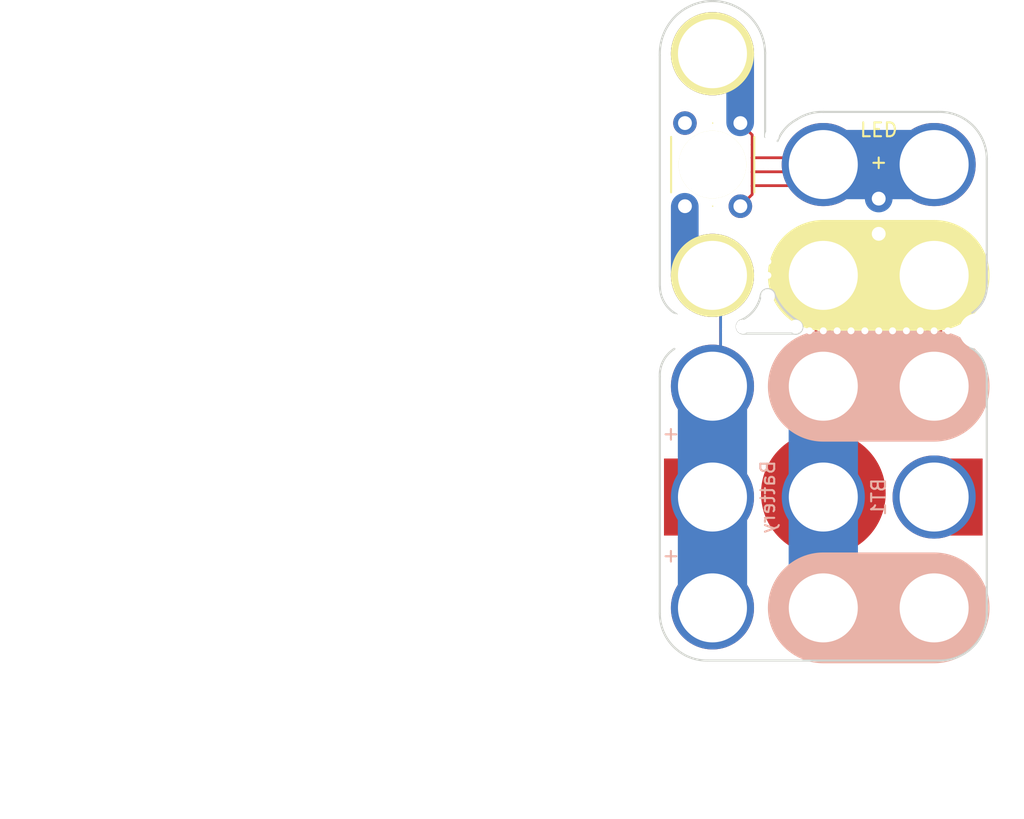
<source format=kicad_pcb>
(kicad_pcb (version 4) (host pcbnew 4.0.4+e1-6308~48~ubuntu14.04.1-stable)

  (general
    (links 0)
    (no_connects 13)
    (area 54.384533 63.919265 178.510001 123.265001)
    (thickness 1.6)
    (drawings 43)
    (tracks 43)
    (zones 0)
    (modules 33)
    (nets 4)
  )

  (page USLetter)
  (title_block
    (company "All Rights Reserved")
    (comment 1 help@browndoggadgets.com)
    (comment 2 http://www.browndoggadgets.com/)
    (comment 3 "Company: Brown Dog Gadgets")
  )

  (layers
    (0 F.Cu signal)
    (31 B.Cu signal)
    (34 B.Paste user)
    (35 F.Paste user)
    (36 B.SilkS user)
    (37 F.SilkS user)
    (38 B.Mask user)
    (39 F.Mask user)
    (44 Edge.Cuts user)
    (46 B.CrtYd user)
    (47 F.CrtYd user)
    (48 B.Fab user)
    (49 F.Fab user)
  )

  (setup
    (last_trace_width 0.2)
    (user_trace_width 0.1524)
    (user_trace_width 0.2)
    (user_trace_width 0.254)
    (user_trace_width 0.3302)
    (user_trace_width 0.508)
    (user_trace_width 0.762)
    (user_trace_width 1.27)
    (trace_clearance 0.127)
    (zone_clearance 0.508)
    (zone_45_only no)
    (trace_min 0.1524)
    (segment_width 0.1524)
    (edge_width 0.1524)
    (via_size 0.6858)
    (via_drill 0.3302)
    (via_min_size 0.6858)
    (via_min_drill 0.3302)
    (user_via 0.6858 0.3302)
    (user_via 0.762 0.4064)
    (user_via 0.8636 0.508)
    (uvia_size 0.6858)
    (uvia_drill 0.3302)
    (uvias_allowed no)
    (uvia_min_size 0)
    (uvia_min_drill 0)
    (pcb_text_width 0.1524)
    (pcb_text_size 1.016 1.016)
    (mod_edge_width 0.1524)
    (mod_text_size 1.016 1.016)
    (mod_text_width 0.1524)
    (pad_size 1.524 1.524)
    (pad_drill 0.762)
    (pad_to_mask_clearance 0.0762)
    (solder_mask_min_width 0.1016)
    (pad_to_paste_clearance -0.0762)
    (aux_axis_origin 0 0)
    (visible_elements FFFED77D)
    (pcbplotparams
      (layerselection 0x310fc_80000001)
      (usegerberextensions true)
      (excludeedgelayer true)
      (linewidth 0.100000)
      (plotframeref false)
      (viasonmask false)
      (mode 1)
      (useauxorigin false)
      (hpglpennumber 1)
      (hpglpenspeed 20)
      (hpglpendiameter 15)
      (hpglpenoverlay 2)
      (psnegative false)
      (psa4output false)
      (plotreference true)
      (plotvalue true)
      (plotinvisibletext false)
      (padsonsilk false)
      (subtractmaskfromsilk false)
      (outputformat 1)
      (mirror false)
      (drillshape 0)
      (scaleselection 1)
      (outputdirectory gerbers))
  )

  (net 0 "")
  (net 1 GND)
  (net 2 "Net-(BT1-Pad+)")
  (net 3 "Net-(LED1-Pad+)")

  (net_class Default "This is the default net class."
    (clearance 0.127)
    (trace_width 0.1524)
    (via_dia 0.6858)
    (via_drill 0.3302)
    (uvia_dia 0.6858)
    (uvia_drill 0.3302)
    (add_net GND)
    (add_net "Net-(BT1-Pad+)")
    (add_net "Net-(LED1-Pad+)")
  )

  (module Rewire_Circuits:HOLE-UNPLATED-SNAP-1MM (layer F.Cu) (tedit 581246B7) (tstamp 5812599B)
    (at 160 85.5 270)
    (fp_text reference REF** (at 0 0.5 270) (layer F.Fab) hide
      (effects (font (size 1 1) (thickness 0.15)))
    )
    (fp_text value HOLE-UNPLATED-SNAP-1MM (at 0 -0.5 270) (layer F.Fab) hide
      (effects (font (size 1 1) (thickness 0.15)))
    )
    (pad "" np_thru_hole circle (at 0 0 270) (size 1 1) (drill 1) (layers *.Cu))
  )

  (module Rewire_Circuits:HOLE-UNPLATED-SNAP-1MM (layer F.Cu) (tedit 581246B7) (tstamp 5812586F)
    (at 160.3 73.9)
    (fp_text reference REF** (at 0 0.5) (layer F.Fab) hide
      (effects (font (size 1 1) (thickness 0.15)))
    )
    (fp_text value HOLE-UNPLATED-SNAP-1MM (at 0 -0.5) (layer F.Fab) hide
      (effects (font (size 1 1) (thickness 0.15)))
    )
    (pad "" np_thru_hole circle (at 0 0) (size 1 1) (drill 1) (layers *.Cu))
  )

  (module Rewire_Circuits:HOLE-UNPLATED-SNAP-2.54MM (layer F.Cu) (tedit 58125304) (tstamp 58125780)
    (at 175.09 88.01 180)
    (fp_text reference REF** (at 0 0.5 180) (layer F.Fab) hide
      (effects (font (size 1 1) (thickness 0.15)))
    )
    (fp_text value HOLE-UNPLATED-SNAP-2.54MM (at 0 -0.5 180) (layer F.Fab) hide
      (effects (font (size 1 1) (thickness 0.15)))
    )
    (pad "" np_thru_hole circle (at 0 0 180) (size 2.54 2.54) (drill 2.54) (layers *.Cu))
  )

  (module Rewire_Circuits:HOLE-UNPLATED-SNAP-1MM (layer F.Cu) (tedit 581246B7) (tstamp 5812551D)
    (at 162 87.7)
    (fp_text reference REF** (at 0 0.5) (layer F.Fab) hide
      (effects (font (size 1 1) (thickness 0.15)))
    )
    (fp_text value HOLE-UNPLATED-SNAP-1MM (at 0 -0.5) (layer F.Fab) hide
      (effects (font (size 1 1) (thickness 0.15)))
    )
    (pad "" np_thru_hole circle (at 0 0) (size 1 1) (drill 1) (layers *.Cu))
  )

  (module Rewire_Circuits:HOLE-UNPLATED-SNAP-0.5MM (layer F.Cu) (tedit 581246A3) (tstamp 5812537D)
    (at 163 88 180)
    (fp_text reference REF** (at 0 0.5 180) (layer F.Fab) hide
      (effects (font (size 1 1) (thickness 0.15)))
    )
    (fp_text value HOLE-UNPLATED-SNAP-0.5MM (at 0 -0.5 180) (layer F.Fab) hide
      (effects (font (size 1 1) (thickness 0.15)))
    )
    (pad "" np_thru_hole circle (at 0 0 180) (size 0.5 0.5) (drill 0.5) (layers *.Cu))
  )

  (module Rewire_Circuits:HOLE-UNPLATED-SNAP-0.5MM (layer F.Cu) (tedit 581246A3) (tstamp 58125379)
    (at 164 88 180)
    (fp_text reference REF** (at 0 0.5 180) (layer F.Fab) hide
      (effects (font (size 1 1) (thickness 0.15)))
    )
    (fp_text value HOLE-UNPLATED-SNAP-0.5MM (at 0 -0.5 180) (layer F.Fab) hide
      (effects (font (size 1 1) (thickness 0.15)))
    )
    (pad "" np_thru_hole circle (at 0 0 180) (size 0.5 0.5) (drill 0.5) (layers *.Cu))
  )

  (module Rewire_Circuits:HOLE-UNPLATED-SNAP-0.5MM (layer F.Cu) (tedit 581246A3) (tstamp 58125375)
    (at 173 88 180)
    (fp_text reference REF** (at 0 0.5 180) (layer F.Fab) hide
      (effects (font (size 1 1) (thickness 0.15)))
    )
    (fp_text value HOLE-UNPLATED-SNAP-0.5MM (at 0 -0.5 180) (layer F.Fab) hide
      (effects (font (size 1 1) (thickness 0.15)))
    )
    (pad "" np_thru_hole circle (at 0 0 180) (size 0.5 0.5) (drill 0.5) (layers *.Cu))
  )

  (module Rewire_Circuits:HOLE-UNPLATED-SNAP-0.5MM (layer F.Cu) (tedit 581246A3) (tstamp 58125371)
    (at 172 88 180)
    (fp_text reference REF** (at 0 0.5 180) (layer F.Fab) hide
      (effects (font (size 1 1) (thickness 0.15)))
    )
    (fp_text value HOLE-UNPLATED-SNAP-0.5MM (at 0 -0.5 180) (layer F.Fab) hide
      (effects (font (size 1 1) (thickness 0.15)))
    )
    (pad "" np_thru_hole circle (at 0 0 180) (size 0.5 0.5) (drill 0.5) (layers *.Cu))
  )

  (module Rewire_Circuits:HOLE-UNPLATED-SNAP-0.5MM (layer F.Cu) (tedit 581246A3) (tstamp 5812536D)
    (at 171 88 180)
    (fp_text reference REF** (at 0 0.5 180) (layer F.Fab) hide
      (effects (font (size 1 1) (thickness 0.15)))
    )
    (fp_text value HOLE-UNPLATED-SNAP-0.5MM (at 0 -0.5 180) (layer F.Fab) hide
      (effects (font (size 1 1) (thickness 0.15)))
    )
    (pad "" np_thru_hole circle (at 0 0 180) (size 0.5 0.5) (drill 0.5) (layers *.Cu))
  )

  (module Rewire_Circuits:HOLE-UNPLATED-SNAP-0.5MM (layer F.Cu) (tedit 581246A3) (tstamp 58125369)
    (at 169 88 180)
    (fp_text reference REF** (at 0 0.5 180) (layer F.Fab) hide
      (effects (font (size 1 1) (thickness 0.15)))
    )
    (fp_text value HOLE-UNPLATED-SNAP-0.5MM (at 0 -0.5 180) (layer F.Fab) hide
      (effects (font (size 1 1) (thickness 0.15)))
    )
    (pad "" np_thru_hole circle (at 0 0 180) (size 0.5 0.5) (drill 0.5) (layers *.Cu))
  )

  (module Rewire_Circuits:HOLE-UNPLATED-SNAP-0.5MM (layer F.Cu) (tedit 581246A3) (tstamp 58125365)
    (at 170 88 180)
    (fp_text reference REF** (at 0 0.5 180) (layer F.Fab) hide
      (effects (font (size 1 1) (thickness 0.15)))
    )
    (fp_text value HOLE-UNPLATED-SNAP-0.5MM (at 0 -0.5 180) (layer F.Fab) hide
      (effects (font (size 1 1) (thickness 0.15)))
    )
    (pad "" np_thru_hole circle (at 0 0 180) (size 0.5 0.5) (drill 0.5) (layers *.Cu))
  )

  (module Rewire_Circuits:HOLE-UNPLATED-SNAP-0.5MM (layer F.Cu) (tedit 581246A3) (tstamp 58125361)
    (at 168 88 180)
    (fp_text reference REF** (at 0 0.5 180) (layer F.Fab) hide
      (effects (font (size 1 1) (thickness 0.15)))
    )
    (fp_text value HOLE-UNPLATED-SNAP-0.5MM (at 0 -0.5 180) (layer F.Fab) hide
      (effects (font (size 1 1) (thickness 0.15)))
    )
    (pad "" np_thru_hole circle (at 0 0 180) (size 0.5 0.5) (drill 0.5) (layers *.Cu))
  )

  (module Rewire_Circuits:HOLE-UNPLATED-SNAP-0.5MM (layer F.Cu) (tedit 581246A3) (tstamp 5812535D)
    (at 165 88 180)
    (fp_text reference REF** (at 0 0.5 180) (layer F.Fab) hide
      (effects (font (size 1 1) (thickness 0.15)))
    )
    (fp_text value HOLE-UNPLATED-SNAP-0.5MM (at 0 -0.5 180) (layer F.Fab) hide
      (effects (font (size 1 1) (thickness 0.15)))
    )
    (pad "" np_thru_hole circle (at 0 0 180) (size 0.5 0.5) (drill 0.5) (layers *.Cu))
  )

  (module Rewire_Circuits:HOLE-UNPLATED-SNAP-0.5MM (layer F.Cu) (tedit 581246A3) (tstamp 58125359)
    (at 166 88 180)
    (fp_text reference REF** (at 0 0.5 180) (layer F.Fab) hide
      (effects (font (size 1 1) (thickness 0.15)))
    )
    (fp_text value HOLE-UNPLATED-SNAP-0.5MM (at 0 -0.5 180) (layer F.Fab) hide
      (effects (font (size 1 1) (thickness 0.15)))
    )
    (pad "" np_thru_hole circle (at 0 0 180) (size 0.5 0.5) (drill 0.5) (layers *.Cu))
  )

  (module Rewire_Circuits:HOLE-UNPLATED-SNAP-0.5MM (layer F.Cu) (tedit 581246A3) (tstamp 58125355)
    (at 167 88 180)
    (fp_text reference REF** (at 0 0.5 180) (layer F.Fab) hide
      (effects (font (size 1 1) (thickness 0.15)))
    )
    (fp_text value HOLE-UNPLATED-SNAP-0.5MM (at 0 -0.5 180) (layer F.Fab) hide
      (effects (font (size 1 1) (thickness 0.15)))
    )
    (pad "" np_thru_hole circle (at 0 0 180) (size 0.5 0.5) (drill 0.5) (layers *.Cu))
  )

  (module Rewire_Circuits:HOLE-UNPLATED-SNAP-0.5MM (layer F.Cu) (tedit 581246A3) (tstamp 58125350)
    (at 160 75 90)
    (fp_text reference REF** (at 0 0.5 90) (layer F.Fab) hide
      (effects (font (size 1 1) (thickness 0.15)))
    )
    (fp_text value HOLE-UNPLATED-SNAP-0.5MM (at 0 -0.5 90) (layer F.Fab) hide
      (effects (font (size 1 1) (thickness 0.15)))
    )
    (pad "" np_thru_hole circle (at 0 0 90) (size 0.5 0.5) (drill 0.5) (layers *.Cu))
  )

  (module Rewire_Circuits:HOLE-UNPLATED-SNAP-2.54MM (layer F.Cu) (tedit 58125304) (tstamp 58125341)
    (at 152.91 87.99)
    (fp_text reference REF** (at 0 0.5) (layer F.Fab) hide
      (effects (font (size 1 1) (thickness 0.15)))
    )
    (fp_text value HOLE-UNPLATED-SNAP-2.54MM (at 0 -0.5) (layer F.Fab) hide
      (effects (font (size 1 1) (thickness 0.15)))
    )
    (pad "" np_thru_hole circle (at 0 0) (size 2.54 2.54) (drill 2.54) (layers *.Cu))
  )

  (module Rewire_Circuits:HOLE-UNPLATED-SNAP-0.5MM (layer F.Cu) (tedit 581246A3) (tstamp 5812530F)
    (at 160 84 90)
    (fp_text reference REF** (at 0 0.5 90) (layer F.Fab) hide
      (effects (font (size 1 1) (thickness 0.15)))
    )
    (fp_text value HOLE-UNPLATED-SNAP-0.5MM (at 0 -0.5 90) (layer F.Fab) hide
      (effects (font (size 1 1) (thickness 0.15)))
    )
    (pad "" np_thru_hole circle (at 0 0 90) (size 0.5 0.5) (drill 0.5) (layers *.Cu))
  )

  (module Rewire_Circuits:HOLE-UNPLATED-SNAP-0.5MM (layer F.Cu) (tedit 581246A3) (tstamp 5812530B)
    (at 160 83 90)
    (fp_text reference REF** (at 0 0.5 90) (layer F.Fab) hide
      (effects (font (size 1 1) (thickness 0.15)))
    )
    (fp_text value HOLE-UNPLATED-SNAP-0.5MM (at 0 -0.5 90) (layer F.Fab) hide
      (effects (font (size 1 1) (thickness 0.15)))
    )
    (pad "" np_thru_hole circle (at 0 0 90) (size 0.5 0.5) (drill 0.5) (layers *.Cu))
  )

  (module Rewire_Circuits:HOLE-UNPLATED-SNAP-0.5MM (layer F.Cu) (tedit 581246A3) (tstamp 581252FF)
    (at 160 76 90)
    (fp_text reference REF** (at 0 0.5 90) (layer F.Fab) hide
      (effects (font (size 1 1) (thickness 0.15)))
    )
    (fp_text value HOLE-UNPLATED-SNAP-0.5MM (at 0 -0.5 90) (layer F.Fab) hide
      (effects (font (size 1 1) (thickness 0.15)))
    )
    (pad "" np_thru_hole circle (at 0 0 90) (size 0.5 0.5) (drill 0.5) (layers *.Cu))
  )

  (module Rewire_Circuits:HOLE-UNPLATED-SNAP-0.5MM (layer F.Cu) (tedit 581246A3) (tstamp 581252FB)
    (at 160 77 90)
    (fp_text reference REF** (at 0 0.5 90) (layer F.Fab) hide
      (effects (font (size 1 1) (thickness 0.15)))
    )
    (fp_text value HOLE-UNPLATED-SNAP-0.5MM (at 0 -0.5 90) (layer F.Fab) hide
      (effects (font (size 1 1) (thickness 0.15)))
    )
    (pad "" np_thru_hole circle (at 0 0 90) (size 0.5 0.5) (drill 0.5) (layers *.Cu))
  )

  (module Rewire_Circuits:HOLE-UNPLATED-SNAP-0.5MM (layer F.Cu) (tedit 581246A3) (tstamp 581252F7)
    (at 160 78 90)
    (fp_text reference REF** (at 0 0.5 90) (layer F.Fab) hide
      (effects (font (size 1 1) (thickness 0.15)))
    )
    (fp_text value HOLE-UNPLATED-SNAP-0.5MM (at 0 -0.5 90) (layer F.Fab) hide
      (effects (font (size 1 1) (thickness 0.15)))
    )
    (pad "" np_thru_hole circle (at 0 0 90) (size 0.5 0.5) (drill 0.5) (layers *.Cu))
  )

  (module Rewire_Circuits:HOLE-UNPLATED-SNAP-0.5MM (layer F.Cu) (tedit 581246A3) (tstamp 581252F3)
    (at 160 79 90)
    (fp_text reference REF** (at 0 0.5 90) (layer F.Fab) hide
      (effects (font (size 1 1) (thickness 0.15)))
    )
    (fp_text value HOLE-UNPLATED-SNAP-0.5MM (at 0 -0.5 90) (layer F.Fab) hide
      (effects (font (size 1 1) (thickness 0.15)))
    )
    (pad "" np_thru_hole circle (at 0 0 90) (size 0.5 0.5) (drill 0.5) (layers *.Cu))
  )

  (module Rewire_Circuits:HOLE-UNPLATED-SNAP-0.5MM (layer F.Cu) (tedit 581246A3) (tstamp 581252EF)
    (at 160 80 90)
    (fp_text reference REF** (at 0 0.5 90) (layer F.Fab) hide
      (effects (font (size 1 1) (thickness 0.15)))
    )
    (fp_text value HOLE-UNPLATED-SNAP-0.5MM (at 0 -0.5 90) (layer F.Fab) hide
      (effects (font (size 1 1) (thickness 0.15)))
    )
    (pad "" np_thru_hole circle (at 0 0 90) (size 0.5 0.5) (drill 0.5) (layers *.Cu))
  )

  (module Rewire_Circuits:HOLE-UNPLATED-SNAP-0.5MM (layer F.Cu) (tedit 581246A3) (tstamp 581252EB)
    (at 160 81 90)
    (fp_text reference REF** (at 0 0.5 90) (layer F.Fab) hide
      (effects (font (size 1 1) (thickness 0.15)))
    )
    (fp_text value HOLE-UNPLATED-SNAP-0.5MM (at 0 -0.5 90) (layer F.Fab) hide
      (effects (font (size 1 1) (thickness 0.15)))
    )
    (pad "" np_thru_hole circle (at 0 0 90) (size 0.5 0.5) (drill 0.5) (layers *.Cu))
  )

  (module Rewire_Circuits:HOLE-UNPLATED-SNAP-0.5MM (layer F.Cu) (tedit 581246A3) (tstamp 581252E7)
    (at 160 82 90)
    (fp_text reference REF** (at 0 0.5 90) (layer F.Fab) hide
      (effects (font (size 1 1) (thickness 0.15)))
    )
    (fp_text value HOLE-UNPLATED-SNAP-0.5MM (at 0 -0.5 90) (layer F.Fab) hide
      (effects (font (size 1 1) (thickness 0.15)))
    )
    (pad "" np_thru_hole circle (at 0 0 90) (size 0.5 0.5) (drill 0.5) (layers *.Cu))
  )

  (module Rewire_Circuits:HOLE-UNPLATED-SNAP-0.5MM (layer F.Cu) (tedit 581246A3) (tstamp 581249DB)
    (at 155 88)
    (fp_text reference REF** (at 0 0.5) (layer F.Fab) hide
      (effects (font (size 1 1) (thickness 0.15)))
    )
    (fp_text value HOLE-UNPLATED-SNAP-0.5MM (at 0 -0.5) (layer F.Fab) hide
      (effects (font (size 1 1) (thickness 0.15)))
    )
    (pad "" np_thru_hole circle (at 0 0) (size 0.5 0.5) (drill 0.5) (layers *.Cu))
  )

  (module Rewire_Circuits:HOLE-UNPLATED-SNAP-0.5MM (layer F.Cu) (tedit 581246A3) (tstamp 58124A02)
    (at 157 88)
    (fp_text reference REF** (at 0 0.5) (layer F.Fab) hide
      (effects (font (size 1 1) (thickness 0.15)))
    )
    (fp_text value HOLE-UNPLATED-SNAP-0.5MM (at 0 -0.5) (layer F.Fab) hide
      (effects (font (size 1 1) (thickness 0.15)))
    )
    (pad "" np_thru_hole circle (at 0 0) (size 0.5 0.5) (drill 0.5) (layers *.Cu))
  )

  (module Rewire_Circuits:LED-5MMD-2.5MMP-2x2 (layer F.Cu) (tedit 58124F82) (tstamp 581238FB)
    (at 168 80 180)
    (descr "LED 5mm round vertical")
    (tags "LED 5mm round vertical")
    (path /5812A3C4)
    (fp_text reference LED1 (at 0 0 180) (layer F.Fab)
      (effects (font (size 1 1) (thickness 0.15)))
    )
    (fp_text value LED (at 0 6.5 180) (layer F.SilkS)
      (effects (font (size 1 1) (thickness 0.15)))
    )
    (fp_arc (start -3.804559 3.800208) (end -4 7.8) (angle 84.2) (layer F.Fab) (width 0.05))
    (fp_line (start 7.8 -4) (end 7.8 4) (layer F.Fab) (width 0.05))
    (fp_line (start -4 -7.8) (end 4 -7.8) (layer F.Fab) (width 0.05))
    (fp_line (start -4 7.8) (end 4 7.8) (layer F.Fab) (width 0.05))
    (fp_line (start -7.8 -4) (end -7.8 4) (layer F.Fab) (width 0.05))
    (fp_line (start 0 -1.2) (end 0 -2.3) (layer B.Cu) (width 2))
    (fp_line (start 4 -4) (end -4 -4) (layer B.Mask) (width 5))
    (fp_text user + (at 0 4.2 180) (layer F.SilkS)
      (effects (font (size 1 1) (thickness 0.15)))
    )
    (fp_line (start -4 -4) (end 4 -4) (layer F.SilkS) (width 8))
    (fp_line (start -1.5 -2.23) (end 1.5 -2.23) (layer F.SilkS) (width 0.15))
    (fp_line (start 4 -4) (end -4 -4) (layer B.Cu) (width 5))
    (fp_line (start 4 4) (end -4 4) (layer B.Mask) (width 5))
    (fp_line (start 4 4) (end -4 4) (layer B.Cu) (width 5))
    (fp_line (start 0 2.65) (end 0 1.55) (layer B.Cu) (width 2))
    (fp_arc (start 3.800208 3.804559) (end 7.8 4) (angle 84.2) (layer F.Fab) (width 0.05))
    (fp_arc (start -3.800208 -3.804559) (end -7.8 -4) (angle 84.2) (layer F.Fab) (width 0.05))
    (fp_arc (start 3.804559 -3.800208) (end 4 -7.8) (angle 84.2) (layer F.Fab) (width 0.05))
    (pad - thru_hole rect (at 0 -1 180) (size 2 1.9) (drill 1.00076) (layers *.Cu *.Mask)
      (net 1 GND))
    (pad + thru_hole circle (at 0 1.54 90) (size 1.9 1.9) (drill 1.00076) (layers *.Cu *.Mask)
      (net 3 "Net-(LED1-Pad+)"))
    (pad + thru_hole circle (at -4 4 180) (size 6 6) (drill 4.98) (layers *.Cu *.Mask)
      (net 3 "Net-(LED1-Pad+)"))
    (pad - thru_hole circle (at -4 -4 180) (size 6 6) (drill 4.98) (layers *.Cu *.Mask)
      (net 1 GND))
    (pad - thru_hole circle (at 4 -4 180) (size 6 6) (drill 4.98) (layers *.Cu *.Mask)
      (net 1 GND))
    (pad + thru_hole circle (at 4 4 180) (size 6 6) (drill 4.98) (layers *.Cu *.Mask)
      (net 3 "Net-(LED1-Pad+)"))
  )

  (module Rewire_Circuits:BUTTON-1x3-TH-OMRON-B3F-1XXX (layer F.Cu) (tedit 58124F3B) (tstamp 58123906)
    (at 156 76 90)
    (descr "BUTTON 1x3 TH OMRON B3F-1XXX")
    (tags "Omron B3F-10xx")
    (path /58123822)
    (fp_text reference SW1 (at 0.05 0.15 90) (layer F.Fab)
      (effects (font (size 1 1) (thickness 0.15)))
    )
    (fp_text value Pushbutton (at -0.45 -4.6 270) (layer F.Fab) hide
      (effects (font (size 1 1) (thickness 0.15)))
    )
    (fp_line (start 8 3.8) (end -8 3.8) (layer F.Fab) (width 0.05))
    (fp_line (start -8 -3.8) (end 8 -3.8) (layer F.Fab) (width 0.05))
    (fp_arc (start -8 0) (end -8 3.8) (angle 180) (layer F.Fab) (width 0.05))
    (fp_line (start -3.05 -2) (end -8 -2) (layer B.Cu) (width 2))
    (fp_line (start -2.0066 3.0142) (end 1.9934 3.0142) (layer F.SilkS) (width 0.15))
    (fp_line (start -2.0066 -2.9858) (end 1.9934 -2.9858) (layer F.SilkS) (width 0.15))
    (fp_line (start -3.0066 0.0142) (end -3.0066 0.0142) (layer F.SilkS) (width 0))
    (fp_line (start 1.9934 3.0142) (end -2.0066 3.0142) (layer F.SilkS) (width 0))
    (fp_line (start 1.9934 -2.9858) (end -2.0066 -2.9858) (layer F.SilkS) (width 0))
    (fp_line (start 2.9934 0.0142) (end 2.9934 0.0142) (layer F.SilkS) (width 0))
    (fp_circle (center -0.0066 0.0142) (end 0.9934 1.0142) (layer F.SilkS) (width 0))
    (fp_line (start 8 2) (end 3.05 2) (layer B.Cu) (width 2))
    (fp_arc (start 8 0) (end 8 -3.8) (angle 180) (layer F.Fab) (width 0.05))
    (pad 2 thru_hole circle (at 2.9934 2.0142 90) (size 1.7 1.7) (drill 1) (layers *.Cu *.Mask)
      (net 3 "Net-(LED1-Pad+)"))
    (pad 2 thru_hole circle (at -3.0066 2.0142 90) (size 1.7 1.7) (drill 1) (layers *.Cu *.Mask)
      (net 3 "Net-(LED1-Pad+)"))
    (pad 1 thru_hole circle (at 2.9934 -1.9858 90) (size 1.7 1.7) (drill 1) (layers *.Cu *.Mask)
      (net 2 "Net-(BT1-Pad+)"))
    (pad 1 thru_hole circle (at -3.0066 -1.9858 90) (size 1.7 1.7) (drill 1) (layers *.Cu *.Mask)
      (net 2 "Net-(BT1-Pad+)"))
    (pad "" np_thru_hole circle (at 0 0 90) (size 4.88 4.88) (drill 4.98) (layers *.Cu *.Mask F.SilkS))
    (pad 1 thru_hole circle (at -8 0 90) (size 6 6) (drill 4.98) (layers *.Cu *.Mask F.SilkS)
      (net 2 "Net-(BT1-Pad+)"))
    (pad 2 thru_hole circle (at 8 0 90) (size 6 6) (drill 4.98) (layers *.Cu *.Mask F.SilkS)
      (net 3 "Net-(LED1-Pad+)"))
  )

  (module Rewire_Circuits:CR2032-3x3-NO-ROTATE (layer F.Cu) (tedit 58125162) (tstamp 581238F1)
    (at 164 100 180)
    (path /5812380B)
    (fp_text reference BT1 (at -4 0 270) (layer B.SilkS)
      (effects (font (size 1 1) (thickness 0.15)) (justify mirror))
    )
    (fp_text value Battery (at 4 0 270) (layer B.SilkS)
      (effects (font (size 1 1) (thickness 0.15)) (justify mirror))
    )
    (fp_line (start -8 11.8) (end 8 11.8) (layer F.Fab) (width 0.05))
    (fp_line (start -11.8 -8) (end -11.8 8) (layer F.Fab) (width 0.05))
    (fp_line (start 11.8 -8) (end 11.8 8) (layer F.Fab) (width 0.05))
    (fp_line (start -8 -11.8) (end 8 -11.8) (layer F.Fab) (width 0.05))
    (fp_arc (start -8 -8) (end -11.8 -8) (angle 90) (layer F.Fab) (width 0.05))
    (fp_arc (start -8 8) (end -8 11.8) (angle 90) (layer F.Fab) (width 0.05))
    (fp_arc (start 8 8) (end 11.8 8) (angle 90) (layer F.Fab) (width 0.05))
    (fp_arc (start 8 -8) (end 8 -11.8) (angle 90) (layer F.Fab) (width 0.05))
    (fp_line (start -8 8) (end 0 8) (layer B.SilkS) (width 8))
    (fp_line (start -8 -8) (end 0 -8) (layer B.SilkS) (width 8))
    (fp_text user + (at 11 4.6 180) (layer B.SilkS)
      (effects (font (size 1 1) (thickness 0.15)) (justify mirror))
    )
    (fp_line (start 0 -8) (end -8 -8) (layer B.Mask) (width 5))
    (fp_line (start 0 8) (end 0 -8) (layer B.Mask) (width 5))
    (fp_line (start -8 8) (end 0 8) (layer B.Mask) (width 5))
    (fp_line (start 0 -8) (end 0 8) (layer B.Cu) (width 5))
    (fp_line (start -8 -8) (end 0 -8) (layer B.Cu) (width 5))
    (fp_line (start -8 8) (end 0 8) (layer B.Cu) (width 5))
    (fp_line (start 8 8) (end 8 -8) (layer B.Cu) (width 5))
    (fp_text user + (at 11 -4.2 180) (layer B.SilkS)
      (effects (font (size 1 1) (thickness 0.15)) (justify mirror))
    )
    (fp_line (start 8 -8) (end 8 8) (layer B.Mask) (width 5))
    (pad GND thru_hole circle (at 0 0 180) (size 6 6) (drill 4.98) (layers *.Cu *.Mask)
      (net 1 GND))
    (pad + thru_hole circle (at -8 0 180) (size 6 6) (drill 4.98) (layers *.Cu *.Mask)
      (net 2 "Net-(BT1-Pad+)"))
    (pad + thru_hole circle (at 8 0 180) (size 6 6) (drill 4.98) (layers *.Cu *.Mask)
      (net 2 "Net-(BT1-Pad+)"))
    (pad + smd rect (at 10.2 0 180) (size 2.6 5.56) (layers F.Cu F.Paste F.Mask)
      (net 2 "Net-(BT1-Pad+)"))
    (pad GND smd circle (at -0.004 0.254 180) (size 9 9) (layers F.Cu F.Paste F.Mask)
      (net 1 GND))
    (pad + smd rect (at -10.2 0 180) (size 2.6 5.56) (layers F.Cu F.Paste F.Mask)
      (net 2 "Net-(BT1-Pad+)"))
    (pad GND thru_hole circle (at -8 -8 180) (size 6 6) (drill 4.98) (layers *.Cu *.Mask)
      (net 1 GND))
    (pad GND thru_hole circle (at 0 -8 180) (size 6 6) (drill 4.98) (layers *.Cu *.Mask)
      (net 1 GND))
    (pad + thru_hole circle (at 8 -8 180) (size 6 6) (drill 4.98) (layers *.Cu *.Mask)
      (net 2 "Net-(BT1-Pad+)"))
    (pad GND thru_hole circle (at -8 8 180) (size 6 6) (drill 4.98) (layers *.Cu *.Mask)
      (net 1 GND))
    (pad GND thru_hole circle (at 0 8 180) (size 6 6) (drill 4.98) (layers *.Cu *.Mask)
      (net 1 GND))
    (pad + thru_hole circle (at 8 8 180) (size 6 6) (drill 4.98) (layers *.Cu *.Mask)
      (net 2 "Net-(BT1-Pad+)"))
  )

  (module Rewire_Circuits:HOLE-UNPLATED-SNAP-0.5MM (layer F.Cu) (tedit 581246A3) (tstamp 581249FE)
    (at 156 88)
    (fp_text reference REF** (at 0 0.5) (layer F.Fab) hide
      (effects (font (size 1 1) (thickness 0.15)))
    )
    (fp_text value HOLE-UNPLATED-SNAP-0.5MM (at 0 -0.5) (layer F.Fab) hide
      (effects (font (size 1 1) (thickness 0.15)))
    )
    (pad "" np_thru_hole circle (at 0 0) (size 0.5 0.5) (drill 0.5) (layers *.Cu))
  )

  (module Rewire_Circuits:HOLE-UNPLATED-SNAP-1MM (layer F.Cu) (tedit 581246B7) (tstamp 5812543B)
    (at 158.2 87.7)
    (fp_text reference REF** (at 0 0.5) (layer F.Fab) hide
      (effects (font (size 1 1) (thickness 0.15)))
    )
    (fp_text value HOLE-UNPLATED-SNAP-1MM (at 0 -0.5) (layer F.Fab) hide
      (effects (font (size 1 1) (thickness 0.15)))
    )
    (pad "" np_thru_hole circle (at 0 0) (size 1 1) (drill 1) (layers *.Cu))
  )

  (gr_line (start 158.3 88.2) (end 162 88.2) (layer Edge.Cuts) (width 0.1524))
  (gr_arc (start 164.368347 83.643186) (end 162.2 87.3) (angle 36.15760514) (layer Edge.Cuts) (width 0.1524) (tstamp 581259D1))
  (gr_arc (start 157.066085 84.984364) (end 159.491799 85.4) (angle 57.42107103) (layer Edge.Cuts) (width 0.1524))
  (gr_arc (start 160 85.5) (end 159.5 85.4) (angle 146.8886998) (layer Edge.Cuts) (width 0.1524) (tstamp 5812599A))
  (gr_arc (start 162.014305 87.735762) (end 162.2 87.3) (angle 159.1681201) (layer Edge.Cuts) (width 0.1524) (tstamp 5812592C))
  (gr_arc (start 158.245607 87.699411) (end 158.245607 88.199411) (angle 153.4350001) (layer Edge.Cuts) (width 0.1524))
  (gr_arc (start 163.496612 75.396685) (end 160.7 74.3) (angle 39.11172728) (layer Edge.Cuts) (width 0.1524))
  (gr_line (start 152.2 68.1) (end 152.2 84.8) (layer Edge.Cuts) (width 0.1524))
  (gr_arc (start 156 68) (end 152.2 68.1) (angle 181.5074358) (layer Edge.Cuts) (width 0.1524))
  (gr_line (start 159.8 74) (end 159.8 67.9) (layer Edge.Cuts) (width 0.1524))
  (gr_arc (start 160.3 73.9) (end 160.7 74.2) (angle 129.0938311) (layer F.Fab) (width 0.1524) (tstamp 581257C8))
  (gr_arc (start 163.9 75.5) (end 164 72.2) (angle -36.43084824) (layer Edge.Cuts) (width 0.1524) (tstamp 581257C7))
  (gr_line (start 172.3 72.2) (end 164 72.2) (layer Edge.Cuts) (width 0.1524))
  (gr_arc (start 172.4 75.6) (end 172.3 72.2) (angle 91.68468432) (layer Edge.Cuts) (width 0.1524) (tstamp 581257A7))
  (gr_line (start 175.8 84.7) (end 175.8 75.6) (layer Edge.Cuts) (width 0.1524))
  (gr_arc (start 173.56178 84.797862) (end 174.748879 86.697862) (angle -60.50687109) (layer Edge.Cuts) (width 0.1524) (tstamp 58125784))
  (gr_arc (start 175.160077 87.989962) (end 174.56 89.18) (angle 133.6112208) (layer F.Fab) (width 0.1524) (tstamp 5812577F))
  (gr_arc (start 173.512901 91.2) (end 174.6 89.2) (angle 61.47373049) (layer Edge.Cuts) (width 0.1524) (tstamp 5812577E))
  (gr_line (start 175.8 108.3) (end 175.8 91.2) (layer Edge.Cuts) (width 0.1524))
  (gr_arc (start 172.4 108.4) (end 175.8 108.3) (angle 93.36935229) (layer Edge.Cuts) (width 0.1524) (tstamp 58125756))
  (gr_line (start 155.7 111.8) (end 172.3 111.8) (layer Edge.Cuts) (width 0.1524))
  (gr_arc (start 155.60147 108.4) (end 155.70147 111.8) (angle 91.68468432) (layer Edge.Cuts) (width 0.1524))
  (gr_line (start 152.2 91.3) (end 152.2 108.4) (layer Edge.Cuts) (width 0.1524))
  (gr_arc (start 154.43822 91.202138) (end 153.251121 89.302138) (angle -60.50687109) (layer Edge.Cuts) (width 0.1524) (tstamp 58125705))
  (gr_arc (start 154.487099 84.8) (end 153.4 86.8) (angle 61.47373049) (layer Edge.Cuts) (width 0.1524))
  (gr_arc (start 152.839923 88.010038) (end 153.44 86.82) (angle 133.6112208) (layer F.Fab) (width 0.1524))
  (gr_circle (center 117.348 76.962) (end 118.618 76.962) (layer Dwgs.User) (width 0.15))
  (gr_line (start 114.427 78.994) (end 114.427 74.93) (angle 90) (layer Dwgs.User) (width 0.15))
  (gr_line (start 120.269 78.994) (end 114.427 78.994) (angle 90) (layer Dwgs.User) (width 0.15))
  (gr_line (start 120.269 74.93) (end 120.269 78.994) (angle 90) (layer Dwgs.User) (width 0.15))
  (gr_line (start 114.427 74.93) (end 120.269 74.93) (angle 90) (layer Dwgs.User) (width 0.15))
  (gr_line (start 120.523 93.98) (end 104.648 93.98) (angle 90) (layer Dwgs.User) (width 0.15))
  (gr_line (start 173.355 102.235) (end 173.355 94.615) (angle 90) (layer Dwgs.User) (width 0.15))
  (gr_line (start 178.435 102.235) (end 173.355 102.235) (angle 90) (layer Dwgs.User) (width 0.15))
  (gr_line (start 178.435 94.615) (end 178.435 102.235) (angle 90) (layer Dwgs.User) (width 0.15))
  (gr_line (start 173.355 94.615) (end 178.435 94.615) (angle 90) (layer Dwgs.User) (width 0.15))
  (gr_line (start 109.093 123.19) (end 109.093 114.3) (angle 90) (layer Dwgs.User) (width 0.15))
  (gr_line (start 122.428 123.19) (end 109.093 123.19) (angle 90) (layer Dwgs.User) (width 0.15))
  (gr_line (start 122.428 114.3) (end 122.428 123.19) (angle 90) (layer Dwgs.User) (width 0.15))
  (gr_line (start 109.093 114.3) (end 122.428 114.3) (angle 90) (layer Dwgs.User) (width 0.15))
  (gr_line (start 104.648 93.98) (end 104.648 82.55) (angle 90) (layer Dwgs.User) (width 0.15))
  (gr_line (start 120.523 82.55) (end 120.523 93.98) (angle 90) (layer Dwgs.User) (width 0.15))
  (gr_line (start 104.648 82.55) (end 120.523 82.55) (angle 90) (layer Dwgs.User) (width 0.15))

  (segment (start 172 84) (end 171.522999 84.477001) (width 0.2) (layer F.Cu) (net 1))
  (segment (start 171.522999 84.477001) (end 171.522999 91.522999) (width 0.2) (layer F.Cu) (net 1))
  (segment (start 171.522999 91.522999) (end 172 92) (width 0.2) (layer F.Cu) (net 1))
  (segment (start 172 84) (end 172.48 84.48) (width 0.2) (layer F.Cu) (net 1))
  (segment (start 172.48 84.48) (end 172.48 91.52) (width 0.2) (layer F.Cu) (net 1))
  (segment (start 172.48 91.52) (end 172 92) (width 0.2) (layer F.Cu) (net 1))
  (segment (start 163.47 87.667001) (end 163.47 87.51) (width 0.2) (layer F.Cu) (net 1) (tstamp 58125A80))
  (segment (start 163.477001 87.67) (end 163.477001 87.512999) (width 0.2) (layer F.Cu) (net 1))
  (segment (start 163.477001 91.477001) (end 163.477001 87.67) (width 0.2) (layer F.Cu) (net 1))
  (segment (start 163.477001 87.67) (end 163.477001 84.522999) (width 0.2) (layer F.Cu) (net 1))
  (segment (start 163.477001 84.522999) (end 164 84) (width 0.2) (layer F.Cu) (net 1))
  (segment (start 164 84) (end 164 86.43) (width 0.2) (layer F.Cu) (net 1))
  (segment (start 164 92) (end 163.477001 91.477001) (width 0.2) (layer F.Cu) (net 1))
  (segment (start 164 92) (end 164.477001 91.522999) (width 0.2) (layer F.Cu) (net 1))
  (segment (start 164.477001 91.522999) (end 164.477001 84.477001) (width 0.2) (layer F.Cu) (net 1))
  (segment (start 164.477001 84.477001) (end 164 84) (width 0.2) (layer F.Cu) (net 1))
  (segment (start 156.588 84.588) (end 156.588 91.412) (width 0.2) (layer B.Cu) (net 2) (tstamp 581247C4))
  (segment (start 156.588 84.588) (end 156.588 91.412) (width 0.2) (layer F.Cu) (net 2))
  (segment (start 156.588 91.412) (end 156 92) (width 0.1524) (layer F.Cu) (net 2))
  (segment (start 156 84) (end 156.588 84.588) (width 0.1524) (layer F.Cu) (net 2))
  (segment (start 154.0142 79.0066) (end 154.0142 82.0142) (width 1.27) (layer F.Cu) (net 2))
  (segment (start 154.0142 82.0142) (end 156 84) (width 1.27) (layer F.Cu) (net 2))
  (segment (start 158.864199 75.51) (end 163.51 75.51) (width 0.2) (layer F.Cu) (net 3))
  (segment (start 163.51 75.51) (end 164 76) (width 0.2) (layer F.Cu) (net 3))
  (segment (start 158.864199 77.54) (end 158.864199 76.54) (width 0.2) (layer F.Cu) (net 3))
  (segment (start 158.864199 78.156601) (end 158.864199 77.54) (width 0.2) (layer F.Cu) (net 3))
  (segment (start 158.864199 77.54) (end 158.8812 77.522999) (width 0.2) (layer F.Cu) (net 3))
  (segment (start 158.8812 77.522999) (end 162.477001 77.522999) (width 0.2) (layer F.Cu) (net 3))
  (segment (start 162.477001 77.522999) (end 164 76) (width 0.2) (layer F.Cu) (net 3))
  (segment (start 158.864199 76.54) (end 158.864199 75.51) (width 0.2) (layer F.Cu) (net 3))
  (segment (start 158.864199 76.54) (end 158.8812 76.522999) (width 0.2) (layer F.Cu) (net 3))
  (segment (start 158.8812 76.522999) (end 163.477001 76.522999) (width 0.2) (layer F.Cu) (net 3))
  (segment (start 163.477001 76.522999) (end 164 76) (width 0.2) (layer F.Cu) (net 3))
  (segment (start 158.864199 75.51) (end 158.864199 74.570161) (width 0.2) (layer F.Cu) (net 3))
  (segment (start 158.0142 79.0066) (end 158.864199 78.156601) (width 0.2) (layer F.Cu) (net 3))
  (segment (start 158.0142 73.0066) (end 158.864199 73.856599) (width 0.2) (layer F.Cu) (net 3))
  (segment (start 158.864199 73.856599) (end 158.864199 74.570161) (width 0.2) (layer F.Cu) (net 3))
  (segment (start 163.477001 75.477001) (end 164 76) (width 0.2) (layer F.Cu) (net 3))
  (segment (start 164 76) (end 168 76) (width 1.27) (layer F.Cu) (net 3))
  (segment (start 168 76) (end 172 76) (width 1.27) (layer F.Cu) (net 3))
  (segment (start 168 78.46) (end 168 76) (width 1.27) (layer F.Cu) (net 3))
  (segment (start 158.0142 73.0066) (end 158.0142 70.0142) (width 1.27) (layer F.Cu) (net 3))
  (segment (start 158.0142 70.0142) (end 156 68) (width 1.27) (layer F.Cu) (net 3))

)

</source>
